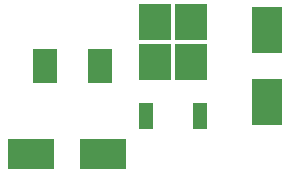
<source format=gbr>
G04 #@! TF.GenerationSoftware,KiCad,Pcbnew,(5.1.5)-3*
G04 #@! TF.CreationDate,2020-04-05T21:04:07+03:00*
G04 #@! TF.ProjectId,5V_DV,35565f44-562e-46b6-9963-61645f706362,V2.0*
G04 #@! TF.SameCoordinates,Original*
G04 #@! TF.FileFunction,Paste,Top*
G04 #@! TF.FilePolarity,Positive*
%FSLAX46Y46*%
G04 Gerber Fmt 4.6, Leading zero omitted, Abs format (unit mm)*
G04 Created by KiCad (PCBNEW (5.1.5)-3) date 2020-04-05 21:04:07*
%MOMM*%
%LPD*%
G04 APERTURE LIST*
%ADD10R,4.000000X2.500000*%
%ADD11R,1.200000X2.200000*%
%ADD12R,2.750000X3.050000*%
%ADD13R,2.000000X3.000000*%
%ADD14R,2.500000X4.000000*%
G04 APERTURE END LIST*
D10*
X145550000Y-93000000D03*
X139450000Y-93000000D03*
D11*
X149220000Y-89800000D03*
X153780000Y-89800000D03*
D12*
X153025000Y-81825000D03*
X149975000Y-85175000D03*
X149975000Y-81825000D03*
X153025000Y-85175000D03*
D13*
X145325000Y-85500000D03*
X140675000Y-85500000D03*
D14*
X159500000Y-88550000D03*
X159500000Y-82450000D03*
M02*

</source>
